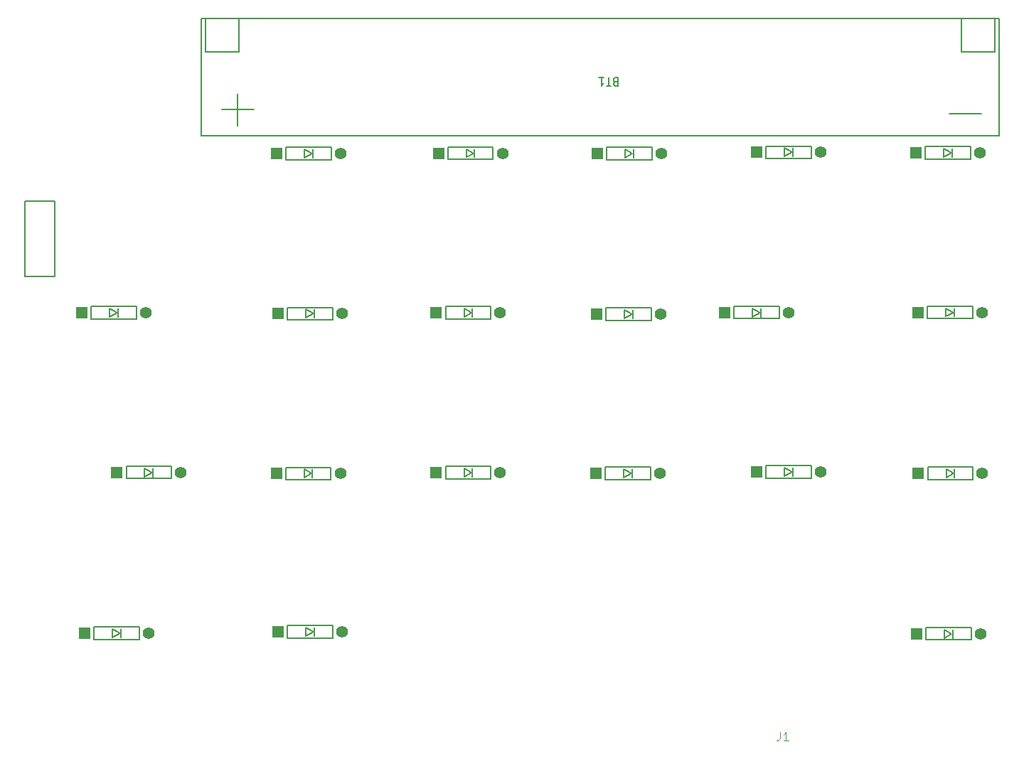
<source format=gbr>
%TF.GenerationSoftware,KiCad,Pcbnew,8.0.7*%
%TF.CreationDate,2025-02-16T08:40:01+09:00*%
%TF.ProjectId,cool642tb_R,636f6f6c-3634-4327-9462-5f522e6b6963,rev?*%
%TF.SameCoordinates,Original*%
%TF.FileFunction,Legend,Top*%
%TF.FilePolarity,Positive*%
%FSLAX46Y46*%
G04 Gerber Fmt 4.6, Leading zero omitted, Abs format (unit mm)*
G04 Created by KiCad (PCBNEW 8.0.7) date 2025-02-16 08:40:01*
%MOMM*%
%LPD*%
G01*
G04 APERTURE LIST*
%ADD10C,0.100000*%
%ADD11C,0.150000*%
%ADD12R,1.397000X1.397000*%
%ADD13C,1.397000*%
G04 APERTURE END LIST*
D10*
X60256666Y-60927419D02*
X60256666Y-61641704D01*
X60256666Y-61641704D02*
X60209047Y-61784561D01*
X60209047Y-61784561D02*
X60113809Y-61879800D01*
X60113809Y-61879800D02*
X59970952Y-61927419D01*
X59970952Y-61927419D02*
X59875714Y-61927419D01*
X61256666Y-61927419D02*
X60685238Y-61927419D01*
X60970952Y-61927419D02*
X60970952Y-60927419D01*
X60970952Y-60927419D02*
X60875714Y-61070276D01*
X60875714Y-61070276D02*
X60780476Y-61165514D01*
X60780476Y-61165514D02*
X60685238Y-61213133D01*
D11*
X40675714Y16541009D02*
X40532857Y16588628D01*
X40532857Y16588628D02*
X40485238Y16636247D01*
X40485238Y16636247D02*
X40437619Y16731485D01*
X40437619Y16731485D02*
X40437619Y16874342D01*
X40437619Y16874342D02*
X40485238Y16969580D01*
X40485238Y16969580D02*
X40532857Y17017200D01*
X40532857Y17017200D02*
X40628095Y17064819D01*
X40628095Y17064819D02*
X41009047Y17064819D01*
X41009047Y17064819D02*
X41009047Y16064819D01*
X41009047Y16064819D02*
X40675714Y16064819D01*
X40675714Y16064819D02*
X40580476Y16112438D01*
X40580476Y16112438D02*
X40532857Y16160057D01*
X40532857Y16160057D02*
X40485238Y16255295D01*
X40485238Y16255295D02*
X40485238Y16350533D01*
X40485238Y16350533D02*
X40532857Y16445771D01*
X40532857Y16445771D02*
X40580476Y16493390D01*
X40580476Y16493390D02*
X40675714Y16541009D01*
X40675714Y16541009D02*
X41009047Y16541009D01*
X40151904Y16064819D02*
X39580476Y16064819D01*
X39866190Y17064819D02*
X39866190Y16064819D01*
X38723333Y17064819D02*
X39294761Y17064819D01*
X39009047Y17064819D02*
X39009047Y16064819D01*
X39009047Y16064819D02*
X39104285Y16207676D01*
X39104285Y16207676D02*
X39199523Y16302914D01*
X39199523Y16302914D02*
X39294761Y16350533D01*
X-2399160Y13215533D02*
X-6208684Y13215533D01*
X-4303922Y15120295D02*
X-4303922Y11310771D01*
X84270839Y12785533D02*
X80461316Y12785533D01*
%TO.C,D7*%
X20450000Y-29260000D02*
X20450000Y-30760000D01*
X20450000Y-30760000D02*
X25850000Y-30760000D01*
X22650000Y-29510000D02*
X23550000Y-30010000D01*
X22650000Y-30510000D02*
X22650000Y-29510000D01*
X23550000Y-30010000D02*
X22650000Y-30510000D01*
X23650000Y-30510000D02*
X23650000Y-29510000D01*
X25850000Y-29260000D02*
X20450000Y-29260000D01*
X25850000Y-30760000D02*
X25850000Y-29260000D01*
%TO.C,D11*%
X39480000Y-29350000D02*
X39480000Y-30850000D01*
X39480000Y-30850000D02*
X44880000Y-30850000D01*
X41680000Y-29600000D02*
X42580000Y-30100000D01*
X41680000Y-30600000D02*
X41680000Y-29600000D01*
X42580000Y-30100000D02*
X41680000Y-30600000D01*
X42680000Y-30600000D02*
X42680000Y-29600000D01*
X44880000Y-29350000D02*
X39480000Y-29350000D01*
X44880000Y-30850000D02*
X44880000Y-29350000D01*
%TO.C,D20*%
X77620000Y-48450000D02*
X77620000Y-49950000D01*
X77620000Y-49950000D02*
X83020000Y-49950000D01*
X79820000Y-48700000D02*
X80720000Y-49200000D01*
X79820000Y-49700000D02*
X79820000Y-48700000D01*
X80720000Y-49200000D02*
X79820000Y-49700000D01*
X80820000Y-49700000D02*
X80820000Y-48700000D01*
X83020000Y-48450000D02*
X77620000Y-48450000D01*
X83020000Y-49950000D02*
X83020000Y-48450000D01*
%TO.C,D13*%
X58610000Y8890000D02*
X58610000Y7390000D01*
X58610000Y7390000D02*
X64010000Y7390000D01*
X60810000Y8640000D02*
X61710000Y8140000D01*
X60810000Y7640000D02*
X60810000Y8640000D01*
X61710000Y8140000D02*
X60810000Y7640000D01*
X61810000Y7640000D02*
X61810000Y8640000D01*
X64010000Y8890000D02*
X58610000Y8890000D01*
X64010000Y7390000D02*
X64010000Y8890000D01*
%TO.C,SW21*%
X-29620000Y2330000D02*
X-26120000Y2330000D01*
X-29620000Y-6670000D02*
X-29620000Y2330000D01*
X-26120000Y2330000D02*
X-26120000Y-6670000D01*
X-26120000Y-6670000D02*
X-29620000Y-6670000D01*
%TO.C,D15*%
X58610000Y-29200000D02*
X58610000Y-30700000D01*
X58610000Y-30700000D02*
X64010000Y-30700000D01*
X60810000Y-29450000D02*
X61710000Y-29950000D01*
X60810000Y-30450000D02*
X60810000Y-29450000D01*
X61710000Y-29950000D02*
X60810000Y-30450000D01*
X61810000Y-30450000D02*
X61810000Y-29450000D01*
X64010000Y-29200000D02*
X58610000Y-29200000D01*
X64010000Y-30700000D02*
X64010000Y-29200000D01*
%TO.C,D1*%
X1460000Y8750000D02*
X1460000Y7250000D01*
X1460000Y7250000D02*
X6860000Y7250000D01*
X3660000Y8500000D02*
X4560000Y8000000D01*
X3660000Y7500000D02*
X3660000Y8500000D01*
X4560000Y8000000D02*
X3660000Y7500000D01*
X4660000Y7500000D02*
X4660000Y8500000D01*
X6860000Y8750000D02*
X1460000Y8750000D01*
X6860000Y7250000D02*
X6860000Y8750000D01*
%TO.C,D9*%
X39600000Y8750000D02*
X39600000Y7250000D01*
X39600000Y7250000D02*
X45000000Y7250000D01*
X41800000Y8500000D02*
X42700000Y8000000D01*
X41800000Y7500000D02*
X41800000Y8500000D01*
X42700000Y8000000D02*
X41800000Y7500000D01*
X42800000Y7500000D02*
X42800000Y8500000D01*
X45000000Y8750000D02*
X39600000Y8750000D01*
X45000000Y7250000D02*
X45000000Y8750000D01*
%TO.C,D17*%
X77590000Y8810000D02*
X77590000Y7310000D01*
X77590000Y7310000D02*
X82990000Y7310000D01*
X79790000Y8560000D02*
X80690000Y8060000D01*
X79790000Y7560000D02*
X79790000Y8560000D01*
X80690000Y8060000D02*
X79790000Y7560000D01*
X80790000Y7560000D02*
X80790000Y8560000D01*
X82990000Y8810000D02*
X77590000Y8810000D01*
X82990000Y7310000D02*
X82990000Y8810000D01*
%TO.C,D4*%
X-21740000Y-10200000D02*
X-21740000Y-11700000D01*
X-21740000Y-11700000D02*
X-16340000Y-11700000D01*
X-19540000Y-10450000D02*
X-18640000Y-10950000D01*
X-19540000Y-11450000D02*
X-19540000Y-10450000D01*
X-18640000Y-10950000D02*
X-19540000Y-11450000D01*
X-18540000Y-11450000D02*
X-18540000Y-10450000D01*
X-16340000Y-10200000D02*
X-21740000Y-10200000D01*
X-16340000Y-11700000D02*
X-16340000Y-10200000D01*
%TO.C,D16*%
X1630000Y-48220000D02*
X1630000Y-49720000D01*
X1630000Y-49720000D02*
X7030000Y-49720000D01*
X3830000Y-48470000D02*
X4730000Y-48970000D01*
X3830000Y-49470000D02*
X3830000Y-48470000D01*
X4730000Y-48970000D02*
X3830000Y-49470000D01*
X4830000Y-49470000D02*
X4830000Y-48470000D01*
X7030000Y-48220000D02*
X1630000Y-48220000D01*
X7030000Y-49720000D02*
X7030000Y-48220000D01*
%TO.C,D3*%
X1405000Y-29380000D02*
X1405000Y-30880000D01*
X1405000Y-30880000D02*
X6805000Y-30880000D01*
X3605000Y-29630000D02*
X4505000Y-30130000D01*
X3605000Y-30630000D02*
X3605000Y-29630000D01*
X4505000Y-30130000D02*
X3605000Y-30630000D01*
X4605000Y-30630000D02*
X4605000Y-29630000D01*
X6805000Y-29380000D02*
X1405000Y-29380000D01*
X6805000Y-30880000D02*
X6805000Y-29380000D01*
%TO.C,D19*%
X77850000Y-29360000D02*
X77850000Y-30860000D01*
X77850000Y-30860000D02*
X83250000Y-30860000D01*
X80050000Y-29610000D02*
X80950000Y-30110000D01*
X80050000Y-30610000D02*
X80050000Y-29610000D01*
X80950000Y-30110000D02*
X80050000Y-30610000D01*
X81050000Y-30610000D02*
X81050000Y-29610000D01*
X83250000Y-29360000D02*
X77850000Y-29360000D01*
X83250000Y-30860000D02*
X83250000Y-29360000D01*
%TO.C,D10*%
X39540000Y-10400000D02*
X39540000Y-11900000D01*
X39540000Y-11900000D02*
X44940000Y-11900000D01*
X41740000Y-10650000D02*
X42640000Y-11150000D01*
X41740000Y-11650000D02*
X41740000Y-10650000D01*
X42640000Y-11150000D02*
X41740000Y-11650000D01*
X42740000Y-11650000D02*
X42740000Y-10650000D01*
X44940000Y-10400000D02*
X39540000Y-10400000D01*
X44940000Y-11900000D02*
X44940000Y-10400000D01*
%TO.C,D2*%
X1610000Y-10330000D02*
X1610000Y-11830000D01*
X1610000Y-11830000D02*
X7010000Y-11830000D01*
X3810000Y-10580000D02*
X4710000Y-11080000D01*
X3810000Y-11580000D02*
X3810000Y-10580000D01*
X4710000Y-11080000D02*
X3810000Y-11580000D01*
X4810000Y-11580000D02*
X4810000Y-10580000D01*
X7010000Y-10330000D02*
X1610000Y-10330000D01*
X7010000Y-11830000D02*
X7010000Y-10330000D01*
%TO.C,D6*%
X20450000Y-10230000D02*
X20450000Y-11730000D01*
X20450000Y-11730000D02*
X25850000Y-11730000D01*
X22650000Y-10480000D02*
X23550000Y-10980000D01*
X22650000Y-11480000D02*
X22650000Y-10480000D01*
X23550000Y-10980000D02*
X22650000Y-11480000D01*
X23650000Y-11480000D02*
X23650000Y-10480000D01*
X25850000Y-10230000D02*
X20450000Y-10230000D01*
X25850000Y-11730000D02*
X25850000Y-10230000D01*
%TO.C,D8*%
X-17570000Y-29230000D02*
X-17570000Y-30730000D01*
X-17570000Y-30730000D02*
X-12170000Y-30730000D01*
X-15370000Y-29480000D02*
X-14470000Y-29980000D01*
X-15370000Y-30480000D02*
X-15370000Y-29480000D01*
X-14470000Y-29980000D02*
X-15370000Y-30480000D01*
X-14370000Y-30480000D02*
X-14370000Y-29480000D01*
X-12170000Y-29230000D02*
X-17570000Y-29230000D01*
X-12170000Y-30730000D02*
X-12170000Y-29230000D01*
%TO.C,D14*%
X54790000Y-10180000D02*
X54790000Y-11680000D01*
X54790000Y-11680000D02*
X60190000Y-11680000D01*
X56990000Y-10430000D02*
X57890000Y-10930000D01*
X56990000Y-11430000D02*
X56990000Y-10430000D01*
X57890000Y-10930000D02*
X56990000Y-11430000D01*
X57990000Y-11430000D02*
X57990000Y-10430000D01*
X60190000Y-10180000D02*
X54790000Y-10180000D01*
X60190000Y-11680000D02*
X60190000Y-10180000D01*
%TO.C,D12*%
X-21390000Y-48390000D02*
X-21390000Y-49890000D01*
X-21390000Y-49890000D02*
X-15990000Y-49890000D01*
X-19190000Y-48640000D02*
X-18290000Y-49140000D01*
X-19190000Y-49640000D02*
X-19190000Y-48640000D01*
X-18290000Y-49140000D02*
X-19190000Y-49640000D01*
X-18190000Y-49640000D02*
X-18190000Y-48640000D01*
X-15990000Y-48390000D02*
X-21390000Y-48390000D01*
X-15990000Y-49890000D02*
X-15990000Y-48390000D01*
%TO.C,D5*%
X20710000Y8790000D02*
X20710000Y7290000D01*
X20710000Y7290000D02*
X26110000Y7290000D01*
X22910000Y8540000D02*
X23810000Y8040000D01*
X22910000Y7540000D02*
X22910000Y8540000D01*
X23810000Y8040000D02*
X22910000Y7540000D01*
X23910000Y7540000D02*
X23910000Y8540000D01*
X26110000Y8790000D02*
X20710000Y8790000D01*
X26110000Y7290000D02*
X26110000Y8790000D01*
%TO.C,D18*%
X77840000Y-10170000D02*
X77840000Y-11670000D01*
X77840000Y-11670000D02*
X83240000Y-11670000D01*
X80040000Y-10420000D02*
X80940000Y-10920000D01*
X80040000Y-11420000D02*
X80040000Y-10420000D01*
X80940000Y-10920000D02*
X80040000Y-11420000D01*
X81040000Y-11420000D02*
X81040000Y-10420000D01*
X83240000Y-10170000D02*
X77840000Y-10170000D01*
X83240000Y-11670000D02*
X83240000Y-10170000D01*
%TO.C,BT1*%
X-4110000Y20110000D02*
X-8110000Y20110000D01*
X-8110000Y24110000D01*
X-4110000Y24110000D01*
X-4110000Y20110000D01*
X85890000Y20110000D02*
X81890000Y20110000D01*
X81890000Y24110000D01*
X85890000Y24110000D01*
X85890000Y20110000D01*
X86390000Y10110000D02*
X-8610000Y10110000D01*
X-8610000Y24110000D01*
X86390000Y24110000D01*
X86390000Y10110000D01*
%TD*%
D12*
%TO.C,D7*%
X19340000Y-30010000D03*
D13*
X26960000Y-30010000D03*
%TD*%
D12*
%TO.C,D11*%
X38370000Y-30100000D03*
D13*
X45990000Y-30100000D03*
%TD*%
D12*
%TO.C,D20*%
X76510000Y-49200000D03*
D13*
X84130000Y-49200000D03*
%TD*%
D12*
%TO.C,D13*%
X57500000Y8140000D03*
D13*
X65120000Y8140000D03*
%TD*%
D12*
%TO.C,D15*%
X57500000Y-29950000D03*
D13*
X65120000Y-29950000D03*
%TD*%
D12*
%TO.C,D1*%
X350000Y8000000D03*
D13*
X7970000Y8000000D03*
%TD*%
D12*
%TO.C,D9*%
X38490000Y8000000D03*
D13*
X46110000Y8000000D03*
%TD*%
D12*
%TO.C,D17*%
X76480000Y8060000D03*
D13*
X84100000Y8060000D03*
%TD*%
D12*
%TO.C,D4*%
X-22850000Y-10950000D03*
D13*
X-15230000Y-10950000D03*
%TD*%
D12*
%TO.C,D16*%
X520000Y-48970000D03*
D13*
X8140000Y-48970000D03*
%TD*%
D12*
%TO.C,D3*%
X295000Y-30130000D03*
D13*
X7915000Y-30130000D03*
%TD*%
D12*
%TO.C,D19*%
X76740000Y-30110000D03*
D13*
X84360000Y-30110000D03*
%TD*%
D12*
%TO.C,D10*%
X38430000Y-11150000D03*
D13*
X46050000Y-11150000D03*
%TD*%
D12*
%TO.C,D2*%
X500000Y-11080000D03*
D13*
X8120000Y-11080000D03*
%TD*%
D12*
%TO.C,D6*%
X19340000Y-10980000D03*
D13*
X26960000Y-10980000D03*
%TD*%
D12*
%TO.C,D8*%
X-18680000Y-29980000D03*
D13*
X-11060000Y-29980000D03*
%TD*%
D12*
%TO.C,D14*%
X53680000Y-10930000D03*
D13*
X61300000Y-10930000D03*
%TD*%
D12*
%TO.C,D12*%
X-22500000Y-49140000D03*
D13*
X-14880000Y-49140000D03*
%TD*%
D12*
%TO.C,D5*%
X19600000Y8040000D03*
D13*
X27220000Y8040000D03*
%TD*%
D12*
%TO.C,D18*%
X76730000Y-10920000D03*
D13*
X84350000Y-10920000D03*
%TD*%
M02*

</source>
